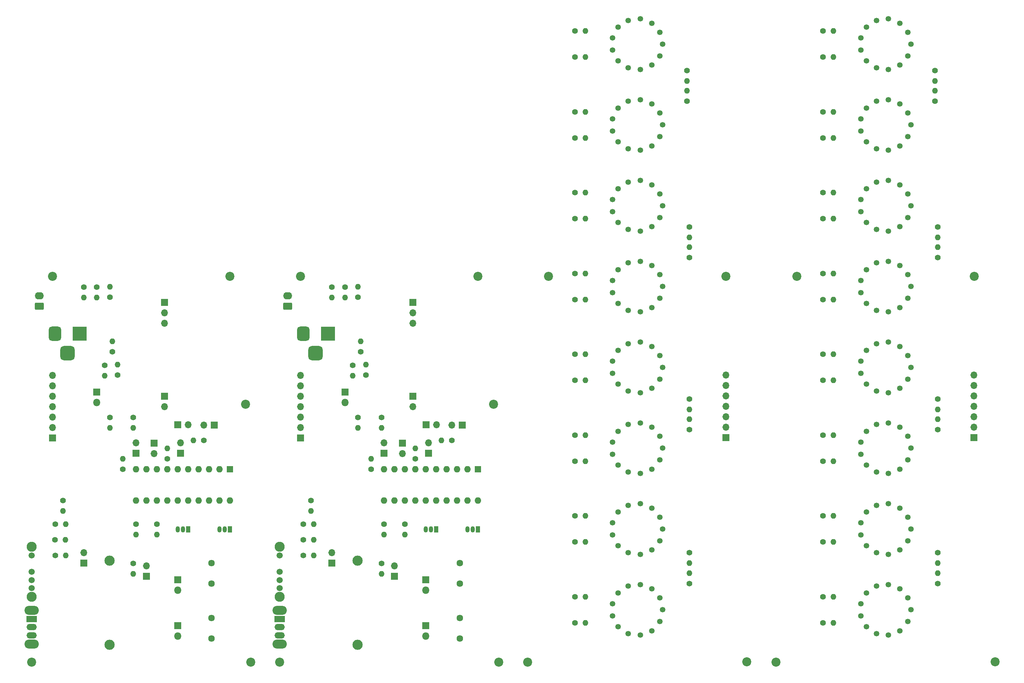
<source format=gbs>
G04 #@! TF.GenerationSoftware,KiCad,Pcbnew,7.0.10*
G04 #@! TF.CreationDate,2024-06-25T17:36:47-05:00*
G04 #@! TF.ProjectId,DMClockPanel,444d436c-6f63-46b5-9061-6e656c2e6b69,rev?*
G04 #@! TF.SameCoordinates,Original*
G04 #@! TF.FileFunction,Soldermask,Bot*
G04 #@! TF.FilePolarity,Negative*
%FSLAX46Y46*%
G04 Gerber Fmt 4.6, Leading zero omitted, Abs format (unit mm)*
G04 Created by KiCad (PCBNEW 7.0.10) date 2024-06-25 17:36:47*
%MOMM*%
%LPD*%
G01*
G04 APERTURE LIST*
G04 Aperture macros list*
%AMRoundRect*
0 Rectangle with rounded corners*
0 $1 Rounding radius*
0 $2 $3 $4 $5 $6 $7 $8 $9 X,Y pos of 4 corners*
0 Add a 4 corners polygon primitive as box body*
4,1,4,$2,$3,$4,$5,$6,$7,$8,$9,$2,$3,0*
0 Add four circle primitives for the rounded corners*
1,1,$1+$1,$2,$3*
1,1,$1+$1,$4,$5*
1,1,$1+$1,$6,$7*
1,1,$1+$1,$8,$9*
0 Add four rect primitives between the rounded corners*
20,1,$1+$1,$2,$3,$4,$5,0*
20,1,$1+$1,$4,$5,$6,$7,0*
20,1,$1+$1,$6,$7,$8,$9,0*
20,1,$1+$1,$8,$9,$2,$3,0*%
G04 Aperture macros list end*
%ADD10C,2.200000*%
%ADD11C,1.400000*%
%ADD12O,1.400000X1.400000*%
%ADD13C,1.612000*%
%ADD14R,1.700000X1.700000*%
%ADD15O,1.700000X1.700000*%
%ADD16R,1.050000X1.500000*%
%ADD17O,1.050000X1.500000*%
%ADD18C,1.346200*%
%ADD19R,1.800000X1.800000*%
%ADD20O,1.800000X1.800000*%
%ADD21R,3.500000X3.500000*%
%ADD22RoundRect,0.750000X-0.750000X-1.000000X0.750000X-1.000000X0.750000X1.000000X-0.750000X1.000000X0*%
%ADD23RoundRect,0.875000X-0.875000X-0.875000X0.875000X-0.875000X0.875000X0.875000X-0.875000X0.875000X0*%
%ADD24RoundRect,0.250000X0.845000X-0.620000X0.845000X0.620000X-0.845000X0.620000X-0.845000X-0.620000X0*%
%ADD25O,2.190000X1.740000*%
%ADD26R,1.600000X1.600000*%
%ADD27O,1.600000X1.600000*%
%ADD28C,1.512000*%
%ADD29C,2.454000*%
%ADD30O,3.500000X2.200000*%
%ADD31R,2.500000X1.500000*%
%ADD32O,2.500000X1.500000*%
%ADD33C,2.484000*%
G04 APERTURE END LIST*
D10*
X72560000Y-84145000D03*
D11*
X109485000Y-118485000D03*
D12*
X109485000Y-121025000D03*
D10*
X24300000Y-178125000D03*
D11*
X156540805Y-89797799D03*
D12*
X159080805Y-89797799D03*
X219500805Y-50427799D03*
D11*
X216960805Y-50427799D03*
X102500000Y-105785000D03*
D12*
X102500000Y-108325000D03*
D13*
X128535000Y-172370000D03*
X128535000Y-167370000D03*
D11*
X184430805Y-72067799D03*
D12*
X184430805Y-74607799D03*
D14*
X59880000Y-120315000D03*
D15*
X62420000Y-120315000D03*
D16*
X72560001Y-145740001D03*
D17*
X71290001Y-145740001D03*
X70020001Y-145740001D03*
D12*
X219500805Y-30742799D03*
D11*
X216960805Y-30742799D03*
D12*
X219500805Y-83447799D03*
D11*
X216960805Y-83447799D03*
D12*
X219500805Y-129167799D03*
D11*
X216960805Y-129167799D03*
D18*
X237629585Y-168238079D03*
X237629585Y-162487519D03*
X238338245Y-165362799D03*
X232895025Y-171507059D03*
X229956245Y-171148919D03*
X227517845Y-169467439D03*
X226141165Y-166843619D03*
X226141165Y-163881979D03*
X227517845Y-161258159D03*
X229956245Y-159576679D03*
X232895025Y-159218539D03*
X235666165Y-160270099D03*
X235666165Y-170455499D03*
D14*
X68750000Y-120340000D03*
D15*
X66210000Y-120340000D03*
D14*
X89800000Y-123515000D03*
D15*
X89800000Y-120975000D03*
X89800000Y-118435000D03*
X89800000Y-115895000D03*
X89800000Y-113355000D03*
X89800000Y-110815000D03*
X89800000Y-108275000D03*
D11*
X117740001Y-128545000D03*
D12*
X117740001Y-126005000D03*
D11*
X156540805Y-168537799D03*
D12*
X159080805Y-168537799D03*
D18*
X237629585Y-30443079D03*
X237629585Y-24692519D03*
X238338245Y-27567799D03*
X232895025Y-33712059D03*
X229956245Y-33353919D03*
X227517845Y-31672439D03*
X226141165Y-29048619D03*
X226141165Y-26086979D03*
X227517845Y-23463159D03*
X229956245Y-21781679D03*
X232895025Y-21423539D03*
X235666165Y-22475099D03*
X235666165Y-32660499D03*
D11*
X156540805Y-122817799D03*
D12*
X159080805Y-122817799D03*
D14*
X49700002Y-127267091D03*
D15*
X49700002Y-124727091D03*
D10*
X89800000Y-84145000D03*
D14*
X114565002Y-124780000D03*
D15*
X114565002Y-127320000D03*
D11*
X103770000Y-89175000D03*
D12*
X103770000Y-86635000D03*
D19*
X59860000Y-169235000D03*
D20*
X59860000Y-171775000D03*
D11*
X49700001Y-144520001D03*
D12*
X49700001Y-147060001D03*
D11*
X183795805Y-41487799D03*
D12*
X183795805Y-38947799D03*
D21*
X96435000Y-98115000D03*
D22*
X90435000Y-98115000D03*
D23*
X93435000Y-102815000D03*
D12*
X219500805Y-103132799D03*
D11*
X216960805Y-103132799D03*
D18*
X237629585Y-148553079D03*
X237629585Y-142802519D03*
X238338245Y-145677799D03*
X232895025Y-151822059D03*
X229956245Y-151463919D03*
X227517845Y-149782439D03*
X226141165Y-147158619D03*
X226141165Y-144196979D03*
X227517845Y-141573159D03*
X229956245Y-139891679D03*
X232895025Y-139533539D03*
X235666165Y-140585099D03*
X235666165Y-150770499D03*
D11*
X43350000Y-118485000D03*
D12*
X43350000Y-121025000D03*
D18*
X237629585Y-128868079D03*
X237629585Y-123117519D03*
X238338245Y-125992799D03*
X232895025Y-132137059D03*
X229956245Y-131778919D03*
X227517845Y-130097439D03*
X226141165Y-127473619D03*
X226141165Y-124511979D03*
X227517845Y-121888159D03*
X229956245Y-120206679D03*
X232895025Y-119848539D03*
X235666165Y-120900099D03*
X235666165Y-131085499D03*
D11*
X103770000Y-118485000D03*
D12*
X103770000Y-121025000D03*
D14*
X112660000Y-157170000D03*
D15*
X112660000Y-154630000D03*
D11*
X54780001Y-144520001D03*
D12*
X54780001Y-147060001D03*
X219500805Y-142502799D03*
D11*
X216960805Y-142502799D03*
D10*
X138060000Y-178125000D03*
D18*
X175246165Y-91715499D03*
X175246165Y-81530099D03*
X172475025Y-80478539D03*
X169536245Y-80836679D03*
X167097845Y-82518159D03*
X165721165Y-85141979D03*
X165721165Y-88103619D03*
X167097845Y-90727439D03*
X169536245Y-92408919D03*
X172475025Y-92767059D03*
X177918245Y-86622799D03*
X177209585Y-83747519D03*
X177209585Y-89498079D03*
D24*
X26205000Y-91452500D03*
D25*
X26205000Y-88912500D03*
D14*
X110120002Y-127267091D03*
D15*
X110120002Y-124727091D03*
D14*
X193295805Y-123432799D03*
D15*
X193295805Y-120892799D03*
X193295805Y-118352799D03*
X193295805Y-115812799D03*
X193295805Y-113272799D03*
X193295805Y-110732799D03*
X193295805Y-108192799D03*
D19*
X120280001Y-158030001D03*
D20*
X120280001Y-160570001D03*
D11*
X100595000Y-86735000D03*
D12*
X100595000Y-89275000D03*
D26*
X132980001Y-131135001D03*
D27*
X130440001Y-131135001D03*
X127900001Y-131135001D03*
X125360001Y-131135001D03*
X122820001Y-131135001D03*
X120280001Y-131135001D03*
X117740001Y-131135001D03*
X115200001Y-131135001D03*
X112660001Y-131135001D03*
X110120001Y-131135001D03*
X110120001Y-138755001D03*
X112660001Y-138755001D03*
X115200001Y-138755001D03*
X117740001Y-138755001D03*
X120280001Y-138755001D03*
X122820001Y-138755001D03*
X125360001Y-138755001D03*
X127900001Y-138755001D03*
X130440001Y-138755001D03*
X132980001Y-138755001D03*
D19*
X120280000Y-169235000D03*
D20*
X120280000Y-171775000D03*
D18*
X237629585Y-69813079D03*
X237629585Y-64062519D03*
X238338245Y-66937799D03*
X232895025Y-73082059D03*
X229956245Y-72723919D03*
X227517845Y-71042439D03*
X226141165Y-68418619D03*
X226141165Y-65456979D03*
X227517845Y-62833159D03*
X229956245Y-61151679D03*
X232895025Y-60793539D03*
X235666165Y-61845099D03*
X235666165Y-72030499D03*
D28*
X84720000Y-152090000D03*
X84720000Y-156090000D03*
X84720000Y-158090000D03*
X84720000Y-160090000D03*
D29*
X84720000Y-149990000D03*
X84720000Y-162190000D03*
D11*
X45255000Y-108175000D03*
D12*
X45255000Y-105635000D03*
D10*
X150140805Y-84148203D03*
D11*
X30015000Y-148280000D03*
D12*
X32555000Y-148280000D03*
D18*
X175246165Y-52345499D03*
X175246165Y-42160099D03*
X172475025Y-41108539D03*
X169536245Y-41466679D03*
X167097845Y-43148159D03*
X165721165Y-45771979D03*
X165721165Y-48733619D03*
X167097845Y-51357439D03*
X169536245Y-53038919D03*
X172475025Y-53397059D03*
X177918245Y-47252799D03*
X177209585Y-44377519D03*
X177209585Y-50128079D03*
D14*
X37000000Y-154000001D03*
D15*
X37000000Y-151460001D03*
D28*
X24300000Y-152090000D03*
X24300000Y-156090000D03*
X24300000Y-158090000D03*
X24300000Y-160090000D03*
D29*
X24300000Y-149990000D03*
X24300000Y-162190000D03*
D12*
X219500805Y-122817799D03*
D11*
X216960805Y-122817799D03*
D10*
X198400805Y-178062799D03*
D11*
X90485000Y-152090000D03*
D12*
X93025000Y-152090000D03*
D18*
X175246165Y-170455499D03*
X175246165Y-160270099D03*
X172475025Y-159218539D03*
X169536245Y-159576679D03*
X167097845Y-161258159D03*
X165721165Y-163881979D03*
X165721165Y-166843619D03*
X167097845Y-169467439D03*
X169536245Y-171148919D03*
X172475025Y-171507059D03*
X177918245Y-165362799D03*
X177209585Y-162487519D03*
X177209585Y-168238079D03*
D11*
X156540805Y-83447799D03*
D12*
X159080805Y-83447799D03*
D10*
X193320805Y-84148203D03*
D11*
X31920000Y-138755000D03*
D12*
X31920000Y-141295000D03*
X219500805Y-24392799D03*
D11*
X216960805Y-24392799D03*
D18*
X237629585Y-50128079D03*
X237629585Y-44377519D03*
X238338245Y-47252799D03*
X232895025Y-53397059D03*
X229956245Y-53038919D03*
X227517845Y-51357439D03*
X226141165Y-48733619D03*
X226141165Y-45771979D03*
X227517845Y-43148159D03*
X229956245Y-41466679D03*
X232895025Y-41108539D03*
X235666165Y-42160099D03*
X235666165Y-52345499D03*
D11*
X97420000Y-86735000D03*
D12*
X97420000Y-89275000D03*
D14*
X97420000Y-154000001D03*
D15*
X97420000Y-151460001D03*
D11*
X184430805Y-113977799D03*
D12*
X184430805Y-116517799D03*
D11*
X105675000Y-108175000D03*
D12*
X105675000Y-105635000D03*
D11*
X49065000Y-118485000D03*
D12*
X49065000Y-121025000D03*
D10*
X205480805Y-178128203D03*
D18*
X175246165Y-111400499D03*
X175246165Y-101215099D03*
X172475025Y-100163539D03*
X169536245Y-100521679D03*
X167097845Y-102203159D03*
X165721165Y-104826979D03*
X165721165Y-107788619D03*
X167097845Y-110412439D03*
X169536245Y-112093919D03*
X172475025Y-112452059D03*
X177918245Y-106307799D03*
X177209585Y-103432519D03*
X177209585Y-109183079D03*
D11*
X92340000Y-138755000D03*
D12*
X92340000Y-141295000D03*
D11*
X30065000Y-152090000D03*
D12*
X32605000Y-152090000D03*
D15*
X253715805Y-108192799D03*
X253715805Y-110732799D03*
X253715805Y-113272799D03*
X253715805Y-115812799D03*
X253715805Y-118352799D03*
X253715805Y-120892799D03*
D14*
X253715805Y-123432799D03*
D12*
X244850805Y-153982799D03*
D11*
X244850805Y-151442799D03*
D14*
X29380000Y-123515000D03*
D15*
X29380000Y-120975000D03*
X29380000Y-118435000D03*
X29380000Y-115895000D03*
X29380000Y-113355000D03*
X29380000Y-110815000D03*
X29380000Y-108275000D03*
D14*
X117105000Y-113350000D03*
D15*
X117105000Y-115890000D03*
D14*
X120300000Y-120315000D03*
D15*
X122840000Y-120315000D03*
D11*
X115200001Y-144520001D03*
D12*
X115200001Y-147060001D03*
D14*
X52240000Y-157170000D03*
D15*
X52240000Y-154630000D03*
D10*
X132980000Y-84145000D03*
D16*
X132980001Y-145740001D03*
D17*
X131710001Y-145740001D03*
X130440001Y-145740001D03*
D16*
X122820001Y-145740001D03*
D17*
X121550001Y-145740001D03*
X120280001Y-145740001D03*
D11*
X156540805Y-44077799D03*
D12*
X159080805Y-44077799D03*
D16*
X62400001Y-145740001D03*
D17*
X61130001Y-145740001D03*
X59860001Y-145740001D03*
D11*
X156540805Y-70112799D03*
D12*
X159080805Y-70112799D03*
D10*
X84720000Y-178125000D03*
D11*
X109485000Y-154045000D03*
D12*
X109485000Y-156585000D03*
D14*
X129170000Y-120340000D03*
D15*
X126630000Y-120340000D03*
D10*
X77640000Y-178125000D03*
D12*
X244850805Y-74607799D03*
D11*
X244850805Y-72067799D03*
X42080000Y-105785000D03*
D12*
X42080000Y-108325000D03*
D13*
X68115001Y-158995000D03*
X68115001Y-153995000D03*
D18*
X175246165Y-131085499D03*
X175246165Y-120900099D03*
X172475025Y-119848539D03*
X169536245Y-120206679D03*
X167097845Y-121888159D03*
X165721165Y-124511979D03*
X165721165Y-127473619D03*
X167097845Y-130097439D03*
X169536245Y-131778919D03*
X172475025Y-132137059D03*
X177918245Y-125992799D03*
X177209585Y-123117519D03*
X177209585Y-128868079D03*
D10*
X210560805Y-84148203D03*
X136790000Y-115260000D03*
D11*
X126625001Y-124087091D03*
D12*
X124085001Y-124087091D03*
D11*
X49065000Y-154045000D03*
D12*
X49065000Y-156585000D03*
D14*
X120960001Y-127262091D03*
D15*
X120960001Y-124722091D03*
D18*
X237629585Y-109183079D03*
X237629585Y-103432519D03*
X238338245Y-106307799D03*
X232895025Y-112452059D03*
X229956245Y-112093919D03*
X227517845Y-110412439D03*
X226141165Y-107788619D03*
X226141165Y-104826979D03*
X227517845Y-102203159D03*
X229956245Y-100521679D03*
X232895025Y-100163539D03*
X235666165Y-101215099D03*
X235666165Y-111400499D03*
D11*
X156540805Y-162187799D03*
D12*
X159080805Y-162187799D03*
D18*
X175246165Y-150770499D03*
X175246165Y-140585099D03*
X172475025Y-139533539D03*
X169536245Y-139891679D03*
X167097845Y-141573159D03*
X165721165Y-144196979D03*
X165721165Y-147158619D03*
X167097845Y-149782439D03*
X169536245Y-151463919D03*
X172475025Y-151822059D03*
X177918245Y-145677799D03*
X177209585Y-142802519D03*
X177209585Y-148553079D03*
D11*
X57320001Y-128545000D03*
D12*
X57320001Y-126005000D03*
D10*
X29380000Y-84145000D03*
D12*
X219500805Y-109482799D03*
D11*
X216960805Y-109482799D03*
X90485000Y-144520000D03*
D12*
X93025000Y-144520000D03*
D11*
X156540805Y-63762799D03*
D12*
X159080805Y-63762799D03*
X219500805Y-63762799D03*
D11*
X216960805Y-63762799D03*
D13*
X68115000Y-172370000D03*
X68115000Y-167370000D03*
D11*
X184430805Y-151442799D03*
D12*
X184430805Y-153982799D03*
D11*
X43985000Y-102510000D03*
D12*
X43985000Y-99970000D03*
D10*
X76370000Y-115260000D03*
D11*
X156540805Y-50427799D03*
D12*
X159080805Y-50427799D03*
D11*
X156540805Y-24392799D03*
D12*
X159080805Y-24392799D03*
D11*
X37000000Y-86735000D03*
D12*
X37000000Y-89275000D03*
D30*
X24300000Y-165480000D03*
X24300000Y-173680000D03*
D31*
X24300000Y-167580000D03*
D32*
X24300000Y-169580000D03*
X24300000Y-171580000D03*
D11*
X184430805Y-79587799D03*
D12*
X184430805Y-77047799D03*
D11*
X156540805Y-142502799D03*
D12*
X159080805Y-142502799D03*
D24*
X86625000Y-91452500D03*
D25*
X86625000Y-88912500D03*
D11*
X46525000Y-131135000D03*
D12*
X46525000Y-128595000D03*
D10*
X145060805Y-178128203D03*
D14*
X56685000Y-90495000D03*
D15*
X56685000Y-93035000D03*
X56685000Y-95575000D03*
D11*
X184430805Y-158962799D03*
D12*
X184430805Y-156422799D03*
D30*
X84720000Y-165480000D03*
X84720000Y-173680000D03*
D31*
X84720000Y-167580000D03*
D32*
X84720000Y-169580000D03*
X84720000Y-171580000D03*
D14*
X56685000Y-113350000D03*
D15*
X56685000Y-115890000D03*
D33*
X43270804Y-173850000D03*
X43270804Y-153360000D03*
D18*
X175246165Y-72030499D03*
X175246165Y-61845099D03*
X172475025Y-60793539D03*
X169536245Y-61151679D03*
X167097845Y-62833159D03*
X165721165Y-65456979D03*
X165721165Y-68418619D03*
X167097845Y-71042439D03*
X169536245Y-72723919D03*
X172475025Y-73082059D03*
X177918245Y-66937799D03*
X177209585Y-64062519D03*
X177209585Y-69813079D03*
D33*
X103690804Y-173850000D03*
X103690804Y-153360000D03*
D10*
X253740805Y-84148203D03*
D11*
X156540805Y-103132799D03*
D12*
X159080805Y-103132799D03*
X244850805Y-118957799D03*
D11*
X244850805Y-121497799D03*
X183795805Y-33967799D03*
D12*
X183795805Y-36507799D03*
X219500805Y-70112799D03*
D11*
X216960805Y-70112799D03*
D19*
X59860001Y-158030001D03*
D20*
X59860001Y-160570001D03*
D12*
X219500805Y-89797799D03*
D11*
X216960805Y-89797799D03*
D18*
X175246165Y-32660499D03*
X175246165Y-22475099D03*
X172475025Y-21423539D03*
X169536245Y-21781679D03*
X167097845Y-23463159D03*
X165721165Y-26086979D03*
X165721165Y-29048619D03*
X167097845Y-31672439D03*
X169536245Y-33353919D03*
X172475025Y-33712059D03*
X177918245Y-27567799D03*
X177209585Y-24692519D03*
X177209585Y-30443079D03*
D10*
X258820805Y-178062799D03*
D12*
X219500805Y-44077799D03*
D11*
X216960805Y-44077799D03*
D21*
X36015000Y-98115000D03*
D22*
X30015000Y-98115000D03*
D23*
X33015000Y-102815000D03*
D14*
X117105000Y-90495000D03*
D15*
X117105000Y-93035000D03*
X117105000Y-95575000D03*
D11*
X156540805Y-148852799D03*
D12*
X159080805Y-148852799D03*
D19*
X100595000Y-112310000D03*
D20*
X100595000Y-114850000D03*
D11*
X30065000Y-144520000D03*
D12*
X32605000Y-144520000D03*
D11*
X184430805Y-121497799D03*
D12*
X184430805Y-118957799D03*
D11*
X66205001Y-124087091D03*
D12*
X63665001Y-124087091D03*
X219500805Y-168537799D03*
D11*
X216960805Y-168537799D03*
D12*
X244215805Y-38947799D03*
D11*
X244215805Y-41487799D03*
X110120001Y-144520001D03*
D12*
X110120001Y-147060001D03*
X219500805Y-148852799D03*
D11*
X216960805Y-148852799D03*
D14*
X54145002Y-124780000D03*
D15*
X54145002Y-127320000D03*
D12*
X244850805Y-116517799D03*
D11*
X244850805Y-113977799D03*
D18*
X237629585Y-89498079D03*
X237629585Y-83747519D03*
X238338245Y-86622799D03*
X232895025Y-92767059D03*
X229956245Y-92408919D03*
X227517845Y-90727439D03*
X226141165Y-88103619D03*
X226141165Y-85141979D03*
X227517845Y-82518159D03*
X229956245Y-80836679D03*
X232895025Y-80478539D03*
X235666165Y-81530099D03*
X235666165Y-91715499D03*
D11*
X90435000Y-148280000D03*
D12*
X92975000Y-148280000D03*
D11*
X106945000Y-131135000D03*
D12*
X106945000Y-128595000D03*
D13*
X128535001Y-158995000D03*
X128535001Y-153995000D03*
D26*
X72560001Y-131135001D03*
D27*
X70020001Y-131135001D03*
X67480001Y-131135001D03*
X64940001Y-131135001D03*
X62400001Y-131135001D03*
X59860001Y-131135001D03*
X57320001Y-131135001D03*
X54780001Y-131135001D03*
X52240001Y-131135001D03*
X49700001Y-131135001D03*
X49700001Y-138755001D03*
X52240001Y-138755001D03*
X54780001Y-138755001D03*
X57320001Y-138755001D03*
X59860001Y-138755001D03*
X62400001Y-138755001D03*
X64940001Y-138755001D03*
X67480001Y-138755001D03*
X70020001Y-138755001D03*
X72560001Y-138755001D03*
D11*
X104405000Y-102510000D03*
D12*
X104405000Y-99970000D03*
X219500805Y-162187799D03*
D11*
X216960805Y-162187799D03*
D19*
X40175000Y-112310000D03*
D20*
X40175000Y-114850000D03*
D11*
X40175000Y-86735000D03*
D12*
X40175000Y-89275000D03*
X244215805Y-36507799D03*
D11*
X244215805Y-33967799D03*
X156540805Y-30742799D03*
D12*
X159080805Y-30742799D03*
D11*
X156540805Y-109482799D03*
D12*
X159080805Y-109482799D03*
D11*
X156540805Y-129167799D03*
D12*
X159080805Y-129167799D03*
X244850805Y-156422799D03*
D11*
X244850805Y-158962799D03*
D14*
X60540001Y-127262091D03*
D15*
X60540001Y-124722091D03*
D11*
X43350000Y-89175000D03*
D12*
X43350000Y-86635000D03*
X244850805Y-77047799D03*
D11*
X244850805Y-79587799D03*
M02*

</source>
